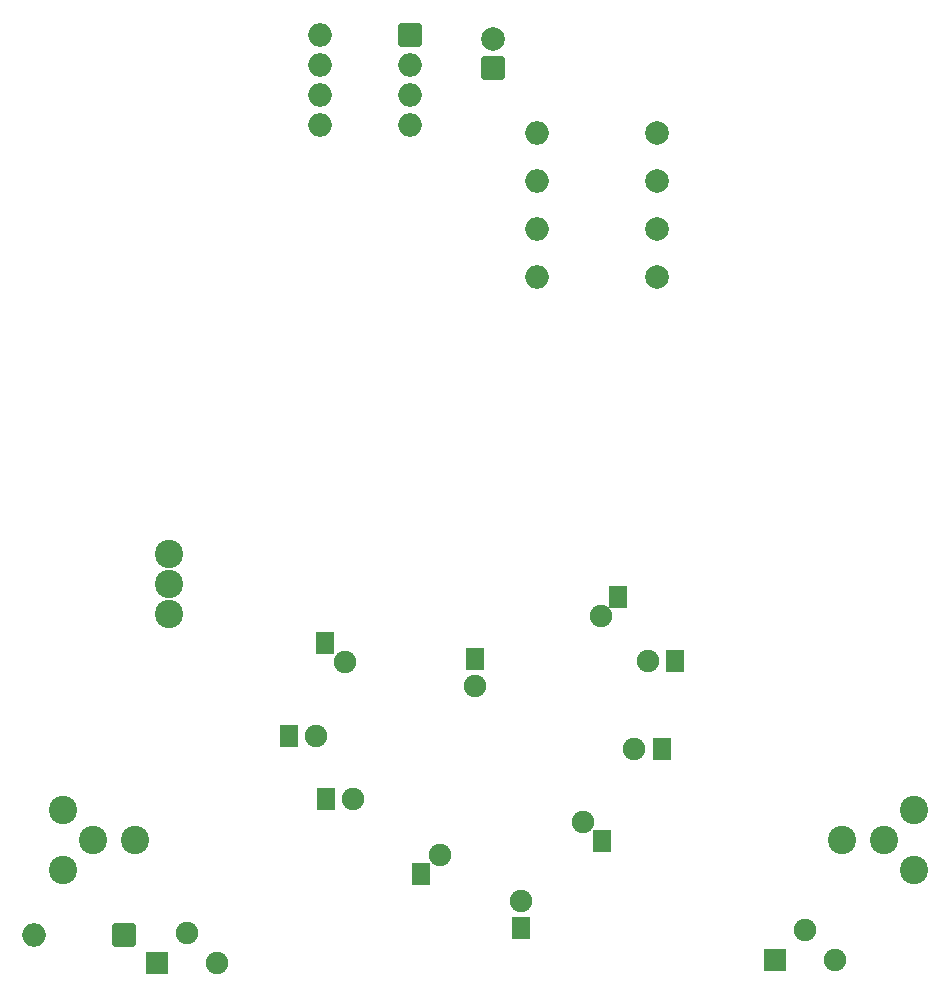
<source format=gbr>
%TF.GenerationSoftware,KiCad,Pcbnew,8.0.1*%
%TF.CreationDate,2024-04-02T10:43:05+02:00*%
%TF.ProjectId,Baerli,42616572-6c69-42e6-9b69-6361645f7063,rev?*%
%TF.SameCoordinates,Original*%
%TF.FileFunction,Soldermask,Top*%
%TF.FilePolarity,Negative*%
%FSLAX46Y46*%
G04 Gerber Fmt 4.6, Leading zero omitted, Abs format (unit mm)*
G04 Created by KiCad (PCBNEW 8.0.1) date 2024-04-02 10:43:05*
%MOMM*%
%LPD*%
G01*
G04 APERTURE LIST*
G04 Aperture macros list*
%AMRoundRect*
0 Rectangle with rounded corners*
0 $1 Rounding radius*
0 $2 $3 $4 $5 $6 $7 $8 $9 X,Y pos of 4 corners*
0 Add a 4 corners polygon primitive as box body*
4,1,4,$2,$3,$4,$5,$6,$7,$8,$9,$2,$3,0*
0 Add four circle primitives for the rounded corners*
1,1,$1+$1,$2,$3*
1,1,$1+$1,$4,$5*
1,1,$1+$1,$6,$7*
1,1,$1+$1,$8,$9*
0 Add four rect primitives between the rounded corners*
20,1,$1+$1,$2,$3,$4,$5,0*
20,1,$1+$1,$4,$5,$6,$7,0*
20,1,$1+$1,$6,$7,$8,$9,0*
20,1,$1+$1,$8,$9,$2,$3,0*%
G04 Aperture macros list end*
%ADD10RoundRect,0.200000X-0.600000X-0.750000X0.600000X-0.750000X0.600000X0.750000X-0.600000X0.750000X0*%
%ADD11RoundRect,0.200000X0.600000X0.750000X-0.600000X0.750000X-0.600000X-0.750000X0.600000X-0.750000X0*%
%ADD12C,1.900000*%
%ADD13RoundRect,0.200000X-0.750000X-0.750000X0.750000X-0.750000X0.750000X0.750000X-0.750000X0.750000X0*%
%ADD14C,2.000000*%
%ADD15O,2.000000X2.000000*%
%ADD16C,2.400000*%
%ADD17RoundRect,0.200000X0.800000X0.800000X-0.800000X0.800000X-0.800000X-0.800000X0.800000X-0.800000X0*%
%ADD18RoundRect,0.200000X0.800000X-0.800000X0.800000X0.800000X-0.800000X0.800000X-0.800000X-0.800000X0*%
G04 APERTURE END LIST*
D10*
%TO.C,REF\u002A\u002A*%
X50991086Y-92260914D03*
X54039086Y-84386914D03*
X54166086Y-97594914D03*
X62225137Y-103955914D03*
X66739086Y-85750914D03*
X70676086Y-108530914D03*
X77472086Y-101161914D03*
X78907086Y-80500914D03*
X82614086Y-93403914D03*
D11*
X83695984Y-85910914D03*
D12*
X53291086Y-92260914D03*
X55739086Y-85986914D03*
X56466086Y-97594914D03*
X63825137Y-102355914D03*
X66739086Y-88036914D03*
X70676086Y-106230914D03*
X75872086Y-99561914D03*
X77407086Y-82100914D03*
X80214086Y-93403914D03*
X81395984Y-85910914D03*
%TD*%
D13*
%TO.C,T2*%
X92202000Y-111252000D03*
D12*
X94742000Y-108712000D03*
X97282000Y-111252000D03*
%TD*%
D13*
%TO.C,T1*%
X39878000Y-111506000D03*
D12*
X42418000Y-108966000D03*
X44958000Y-111506000D03*
%TD*%
D14*
%TO.C,R6*%
X82152086Y-53411914D03*
D15*
X71992086Y-53411914D03*
%TD*%
D16*
%TO.C,S1*%
X40872086Y-76881914D03*
X40872086Y-79421914D03*
X40872086Y-81961914D03*
%TD*%
D14*
%TO.C,R3*%
X82152086Y-41261914D03*
D15*
X71992086Y-41261914D03*
%TD*%
D17*
%TO.C,D3*%
X37082086Y-109161914D03*
D15*
X29462086Y-109161914D03*
%TD*%
D14*
%TO.C,R5*%
X82152086Y-49361914D03*
D15*
X71992086Y-49361914D03*
%TD*%
D17*
%TO.C,U1*%
X61272086Y-32961914D03*
D15*
X61272086Y-35501914D03*
X61272086Y-38041914D03*
X61272086Y-40581914D03*
X53652086Y-40581914D03*
X53652086Y-38041914D03*
X53652086Y-35501914D03*
X53652086Y-32961914D03*
%TD*%
D16*
%TO.C,P1*%
X103968086Y-103601914D03*
X103968086Y-98521914D03*
X97872086Y-101061914D03*
X101428086Y-101061914D03*
%TD*%
D14*
%TO.C,R4*%
X82152086Y-45311914D03*
D15*
X71992086Y-45311914D03*
%TD*%
D16*
%TO.C,P2*%
X31919086Y-98521914D03*
X31919086Y-103601914D03*
X38015086Y-101061914D03*
X34459086Y-101061914D03*
%TD*%
D18*
%TO.C,C1*%
X68272086Y-35761914D03*
D14*
X68272086Y-33261914D03*
%TD*%
M02*

</source>
